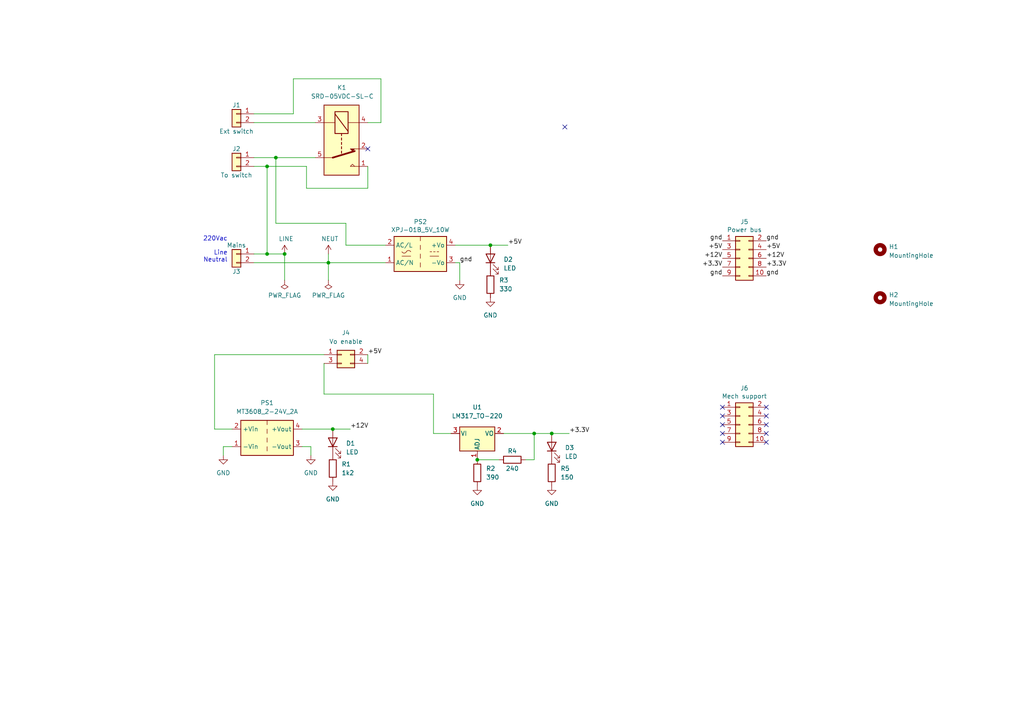
<source format=kicad_sch>
(kicad_sch (version 20211123) (generator eeschema)
  (paper "A4")
  (lib_symbols
    (symbol "Connector_Generic:Conn_01x02" (pin_names (offset 1.016) hide)
      (property "Reference" "J" (at 0 2.54 0))
      (property "Value" "Conn_01x02" (at 0 -5.08 0))
      (symbol "Conn_01x02_1_1"
        (rectangle (start -1.27 -2.413) (end 0 -2.667) (stroke (width 0.1524)))
        (rectangle (start -1.27 0.127) (end 0 -0.127) (stroke (width 0.1524)))
        (rectangle (start -1.27 1.27) (end 1.27 -3.81) (stroke (width 0.254)) (fill (type background)))
        (pin passive line (at -5.08 0 0) (length 3.81) (name "Pin_1") (number "1"))
        (pin passive line (at -5.08 -2.54 0) (length 3.81) (name "Pin_2") (number "2"))
      )
    )
    (symbol "Connector_Generic:Conn_02x02_Odd_Even" (pin_names (offset 1.016) hide)
      (property "Reference" "J" (at 1.27 2.54 0))
      (property "Value" "Conn_02x02_Odd_Even" (at 1.27 -5.08 0))
      (symbol "Conn_02x02_Odd_Even_1_1"
        (rectangle (start -1.27 -2.413) (end 0 -2.667) (stroke (width 0.1524)))
        (rectangle (start -1.27 0.127) (end 0 -0.127) (stroke (width 0.1524)))
        (rectangle (start -1.27 1.27) (end 3.81 -3.81) (stroke (width 0.254)) (fill (type background)))
        (rectangle (start 3.81 -2.413) (end 2.54 -2.667) (stroke (width 0.1524)))
        (rectangle (start 3.81 0.127) (end 2.54 -0.127) (stroke (width 0.1524)))
        (pin passive line (at -5.08 0 0) (length 3.81) (name "Pin_1") (number "1"))
        (pin passive line (at 7.62 0 180) (length 3.81) (name "Pin_2") (number "2"))
        (pin passive line (at -5.08 -2.54 0) (length 3.81) (name "Pin_3") (number "3"))
        (pin passive line (at 7.62 -2.54 180) (length 3.81) (name "Pin_4") (number "4"))
      )
    )
    (symbol "Connector_Generic:Conn_02x05_Odd_Even" (pin_names (offset 1.016) hide)
      (property "Reference" "J" (at 1.27 7.62 0))
      (property "Value" "Conn_02x05_Odd_Even" (at 1.27 -7.62 0))
      (symbol "Conn_02x05_Odd_Even_1_1"
        (rectangle (start -1.27 -4.953) (end 0 -5.207) (stroke (width 0.1524)))
        (rectangle (start -1.27 -2.413) (end 0 -2.667) (stroke (width 0.1524)))
        (rectangle (start -1.27 0.127) (end 0 -0.127) (stroke (width 0.1524)))
        (rectangle (start -1.27 2.667) (end 0 2.413) (stroke (width 0.1524)))
        (rectangle (start -1.27 5.207) (end 0 4.953) (stroke (width 0.1524)))
        (rectangle (start -1.27 6.35) (end 3.81 -6.35) (stroke (width 0.254)) (fill (type background)))
        (rectangle (start 3.81 -4.953) (end 2.54 -5.207) (stroke (width 0.1524)))
        (rectangle (start 3.81 -2.413) (end 2.54 -2.667) (stroke (width 0.1524)))
        (rectangle (start 3.81 0.127) (end 2.54 -0.127) (stroke (width 0.1524)))
        (rectangle (start 3.81 2.667) (end 2.54 2.413) (stroke (width 0.1524)))
        (rectangle (start 3.81 5.207) (end 2.54 4.953) (stroke (width 0.1524)))
        (pin passive line (at -5.08 5.08 0) (length 3.81) (name "Pin_1") (number "1"))
        (pin passive line (at 7.62 -5.08 180) (length 3.81) (name "Pin_10") (number "10"))
        (pin passive line (at 7.62 5.08 180) (length 3.81) (name "Pin_2") (number "2"))
        (pin passive line (at -5.08 2.54 0) (length 3.81) (name "Pin_3") (number "3"))
        (pin passive line (at 7.62 2.54 180) (length 3.81) (name "Pin_4") (number "4"))
        (pin passive line (at -5.08 0 0) (length 3.81) (name "Pin_5") (number "5"))
        (pin passive line (at 7.62 0 180) (length 3.81) (name "Pin_6") (number "6"))
        (pin passive line (at -5.08 -2.54 0) (length 3.81) (name "Pin_7") (number "7"))
        (pin passive line (at 7.62 -2.54 180) (length 3.81) (name "Pin_8") (number "8"))
        (pin passive line (at -5.08 -5.08 0) (length 3.81) (name "Pin_9") (number "9"))
      )
    )
    (symbol "Converter_ACDC:IRM-10-5"
      (property "Reference" "PS" (at 0 6.35 0))
      (property "Value" "IRM-10-5" (at 0 -6.35 0))
      (symbol "IRM-10-5_0_1"
        (rectangle (start -7.62 5.08) (end 7.62 -5.08) (stroke (width 0.254)) (fill (type background)))
        (arc (start -5.334 0.635) (mid -4.699 0.2495) (end -4.064 0.635))
        (arc (start -2.794 0.635) (mid -3.429 1.0072) (end -4.064 0.635))
        (polyline (pts (xy -5.334 -0.635) (xy -2.794 -0.635)))
        (polyline (pts (xy 0 -2.54) (xy 0 -3.81)))
        (polyline (pts (xy 0 0) (xy 0 -1.27)))
        (polyline (pts (xy 0 2.54) (xy 0 1.27)))
        (polyline (pts (xy 0 5.08) (xy 0 3.81)))
        (polyline (pts (xy 2.794 -0.635) (xy 5.334 -0.635)))
        (polyline (pts (xy 2.794 0.635) (xy 3.302 0.635)))
        (polyline (pts (xy 3.81 0.635) (xy 4.318 0.635)))
        (polyline (pts (xy 4.826 0.635) (xy 5.334 0.635)))
      )
      (symbol "IRM-10-5_1_1"
        (pin power_in line (at -10.16 -2.54 0) (length 2.54) (name "AC/N") (number "1"))
        (pin power_in line (at -10.16 2.54 0) (length 2.54) (name "AC/L") (number "2"))
        (pin power_out line (at 10.16 -2.54 180) (length 2.54) (name "-Vo") (number "3"))
        (pin power_out line (at 10.16 2.54 180) (length 2.54) (name "+Vo") (number "4"))
      )
    )
    (symbol "Converter_DCDC:MEE1S0512SC"
      (property "Reference" "PS" (at -7.62 6.35 0))
      (property "Value" "MEE1S0512SC" (at 1.27 6.35 0))
      (symbol "MEE1S0512SC_0_0"
        (pin power_in line (at -10.16 -2.54 0) (length 2.54) (name "-Vin") (number "1"))
        (pin power_in line (at -10.16 2.54 0) (length 2.54) (name "+Vin") (number "2"))
        (pin power_out line (at 10.16 -2.54 180) (length 2.54) (name "-Vout") (number "3"))
        (pin power_out line (at 10.16 2.54 180) (length 2.54) (name "+Vout") (number "4"))
      )
      (symbol "MEE1S0512SC_0_1"
        (rectangle (start -7.62 5.08) (end 7.62 -5.08) (stroke (width 0.254)) (fill (type background)))
        (polyline (pts (xy 0 -2.54) (xy 0 -3.81)))
        (polyline (pts (xy 0 0) (xy 0 -1.27)))
        (polyline (pts (xy 0 2.54) (xy 0 1.27)))
        (polyline (pts (xy 0 5.08) (xy 0 3.81)))
      )
    )
    (symbol "Device:LED" (pin_numbers hide) (pin_names (offset 1.016) hide)
      (property "Reference" "D" (at 0 2.54 0))
      (property "Value" "LED" (at 0 -2.54 0))
      (symbol "LED_0_1"
        (polyline (pts (xy -1.27 -1.27) (xy -1.27 1.27)) (stroke (width 0.254)))
        (polyline (pts (xy -1.27 0) (xy 1.27 0)))
        (polyline (pts (xy 1.27 -1.27) (xy 1.27 1.27) (xy -1.27 0) (xy 1.27 -1.27)) (stroke (width 0.254)))
        (polyline (pts (xy -3.048 -0.762) (xy -4.572 -2.286) (xy -3.81 -2.286) (xy -4.572 -2.286) (xy -4.572 -1.524)))
        (polyline (pts (xy -1.778 -0.762) (xy -3.302 -2.286) (xy -2.54 -2.286) (xy -3.302 -2.286) (xy -3.302 -1.524)))
      )
      (symbol "LED_1_1"
        (pin passive line (at -3.81 0 0) (length 2.54) (name "K") (number "1"))
        (pin passive line (at 3.81 0 180) (length 2.54) (name "A") (number "2"))
      )
    )
    (symbol "Device:R" (pin_numbers hide) (pin_names (offset 0))
      (property "Reference" "R" (at 2.032 0 90))
      (property "Value" "R" (at 0 0 90))
      (symbol "R_0_1"
        (rectangle (start -1.016 -2.54) (end 1.016 2.54) (stroke (width 0.254)))
      )
      (symbol "R_1_1"
        (pin passive line (at 0 3.81 270) (length 1.27) (name "~") (number "1"))
        (pin passive line (at 0 -3.81 90) (length 1.27) (name "~") (number "2"))
      )
    )
    (symbol "Mechanical:MountingHole" (pin_names (offset 1.016))
      (property "Reference" "H" (at 0 5.08 0))
      (property "Value" "MountingHole" (at 0 3.175 0))
      (symbol "MountingHole_0_1"
        (circle (center 0 0) (radius 1.27) (stroke (width 1.27)))
      )
    )
    (symbol "Regulator_Linear:LM317_TO-220" (pin_names (offset 0.254))
      (property "Reference" "U" (at -3.81 3.175 0))
      (property "Value" "LM317_TO-220" (at 0 3.175 0))
      (symbol "LM317_TO-220_0_1"
        (rectangle (start -5.08 1.905) (end 5.08 -5.08) (stroke (width 0.254)) (fill (type background)))
      )
      (symbol "LM317_TO-220_1_1"
        (pin input line (at 0 -7.62 90) (length 2.54) (name "ADJ") (number "1"))
        (pin power_out line (at 7.62 0 180) (length 2.54) (name "VO") (number "2"))
        (pin power_in line (at -7.62 0 0) (length 2.54) (name "VI") (number "3"))
      )
    )
    (symbol "Relay:Y14x-1C-xxDS"
      (property "Reference" "K" (at 11.43 3.81 0))
      (property "Value" "Y14x-1C-xxDS" (at 11.43 1.27 0))
      (symbol "Y14x-1C-xxDS_0_0"
        (polyline (pts (xy 7.62 5.08) (xy 7.62 2.54) (xy 6.985 3.175) (xy 7.62 3.81)))
      )
      (symbol "Y14x-1C-xxDS_0_1"
        (rectangle (start -10.16 5.08) (end 10.16 -5.08) (stroke (width 0.254)) (fill (type background)))
        (rectangle (start -8.255 1.905) (end -1.905 -1.905) (stroke (width 0.254)))
        (polyline (pts (xy -7.62 -1.905) (xy -2.54 1.905)) (stroke (width 0.254)))
        (polyline (pts (xy -5.08 -5.08) (xy -5.08 -1.905)))
        (polyline (pts (xy -5.08 5.08) (xy -5.08 1.905)))
        (polyline (pts (xy -1.905 0) (xy -1.27 0)) (stroke (width 0.254)))
        (polyline (pts (xy -0.635 0) (xy 0 0)) (stroke (width 0.254)))
        (polyline (pts (xy 0.635 0) (xy 1.27 0)) (stroke (width 0.254)))
        (polyline (pts (xy 1.905 0) (xy 2.54 0)) (stroke (width 0.254)))
        (polyline (pts (xy 3.175 0) (xy 3.81 0)) (stroke (width 0.254)))
        (polyline (pts (xy 5.08 -2.54) (xy 3.175 3.81)) (stroke (width 0.508)))
        (polyline (pts (xy 5.08 -2.54) (xy 5.08 -5.08)))
        (polyline (pts (xy 2.54 5.08) (xy 2.54 2.54) (xy 3.175 3.175) (xy 2.54 3.81)) (fill (type outline)))
      )
      (symbol "Y14x-1C-xxDS_1_1"
        (pin passive line (at 7.62 7.62 270) (length 2.54) (name "~") (number "1"))
        (pin passive line (at 2.54 7.62 270) (length 2.54) (name "~") (number "2"))
        (pin passive line (at -5.08 -7.62 90) (length 2.54) (name "~") (number "3"))
        (pin passive line (at -5.08 7.62 270) (length 2.54) (name "~") (number "4"))
        (pin passive line (at 5.08 -7.62 90) (length 2.54) (name "~") (number "5"))
        (pin passive line (at 5.08 -7.62 90) (length 2.54) hide (name "~") (number "6"))
      )
    )
    (symbol "power:GND" (power) (pin_names (offset 0))
      (property "Value" "GND" (at 0 -3.81 0))
      (symbol "GND_0_1"
        (polyline (pts (xy 0 0) (xy 0 -1.27) (xy 1.27 -1.27) (xy 0 -2.54) (xy -1.27 -1.27) (xy 0 -1.27)))
      )
      (symbol "GND_1_1"
        (pin power_in line (at 0 0 270) (length 0) hide (name "GND") (number "1"))
      )
    )
    (symbol "power:LINE" (power) (pin_names (offset 0))
      (property "Value" "LINE" (at 0 3.81 0))
      (symbol "LINE_0_1"
        (polyline (pts (xy -0.762 1.27) (xy 0 2.54)))
        (polyline (pts (xy 0 0) (xy 0 2.54)))
        (polyline (pts (xy 0 2.54) (xy 0.762 1.27)))
      )
      (symbol "LINE_1_1"
        (pin power_in line (at 0 0 90) (length 0) hide (name "LINE") (number "1"))
      )
    )
    (symbol "power:NEUT" (power) (pin_names (offset 0))
      (property "Value" "NEUT" (at 0 3.81 0))
      (symbol "NEUT_0_1"
        (polyline (pts (xy -0.762 1.27) (xy 0 2.54)))
        (polyline (pts (xy 0 0) (xy 0 2.54)))
        (polyline (pts (xy 0 2.54) (xy 0.762 1.27)))
      )
      (symbol "NEUT_1_1"
        (pin power_in line (at 0 0 90) (length 0) hide (name "NEUT") (number "1"))
      )
    )
    (symbol "power:PWR_FLAG" (power) (pin_numbers hide) (pin_names (offset 0) hide)
      (property "Value" "PWR_FLAG" (at 0 3.81 0))
      (symbol "PWR_FLAG_0_0"
        (pin power_out line (at 0 0 90) (length 0) (name "pwr") (number "1"))
      )
      (symbol "PWR_FLAG_0_1"
        (polyline (pts (xy 0 0) (xy 0 1.27) (xy -1.016 1.905) (xy 0 2.54) (xy 1.016 1.905) (xy 0 1.27)))
      )
    )
  )
  (junction (at 80.01 45.72))
  (junction (at 96.52 124.46))
  (junction (at 77.47 48.26))
  (junction (at 160.02 125.73))
  (junction (at 95.25 76.2))
  (junction (at 142.24 71.12))
  (junction (at 154.94 125.73))
  (junction (at 138.43 133.35))
  (junction (at 77.47 73.66))
  (junction (at 82.55 73.66))
  (no_connect (at 209.55 128.27))
  (no_connect (at 106.68 43.18))
  (no_connect (at 163.83 36.83))
  (no_connect (at 222.25 125.73))
  (no_connect (at 209.55 118.11))
  (no_connect (at 222.25 120.65))
  (no_connect (at 209.55 123.19))
  (no_connect (at 222.25 118.11))
  (no_connect (at 209.55 120.65))
  (no_connect (at 209.55 125.73))
  (no_connect (at 222.25 123.19))
  (no_connect (at 222.25 128.27))
  (wire (pts (xy 77.47 73.66) (xy 73.66 73.66)))
  (wire (pts (xy 77.47 48.26) (xy 88.9 48.26)))
  (wire (pts (xy 80.01 45.72) (xy 91.44 45.72)))
  (wire (pts (xy 154.94 125.73) (xy 160.02 125.73)))
  (wire (pts (xy 146.05 125.73) (xy 154.94 125.73)))
  (wire (pts (xy 110.49 22.86) (xy 110.49 35.56)))
  (wire (pts (xy 73.66 76.2) (xy 95.25 76.2)))
  (wire (pts (xy 125.73 125.73) (xy 130.81 125.73)))
  (wire (pts (xy 154.94 133.35) (xy 154.94 125.73)))
  (wire (pts (xy 132.08 71.12) (xy 142.24 71.12)))
  (wire (pts (xy 73.66 48.26) (xy 77.47 48.26)))
  (wire (pts (xy 64.77 129.54) (xy 64.77 132.08)))
  (wire (pts (xy 142.24 71.12) (xy 147.32 71.12)))
  (wire (pts (xy 95.25 76.2) (xy 95.25 81.28)))
  (wire (pts (xy 133.35 76.2) (xy 133.35 81.28)))
  (wire (pts (xy 85.09 33.02) (xy 85.09 22.86)))
  (wire (pts (xy 87.63 124.46) (xy 96.52 124.46)))
  (wire (pts (xy 96.52 124.46) (xy 101.6 124.46)))
  (wire (pts (xy 160.02 125.73) (xy 165.1 125.73)))
  (wire (pts (xy 110.49 35.56) (xy 106.68 35.56)))
  (wire (pts (xy 132.08 76.2) (xy 133.35 76.2)))
  (wire (pts (xy 93.98 102.87) (xy 62.23 102.87)))
  (wire (pts (xy 100.33 64.77) (xy 100.33 71.12)))
  (wire (pts (xy 95.25 73.66) (xy 95.25 76.2)))
  (wire (pts (xy 111.76 71.12) (xy 100.33 71.12)))
  (wire (pts (xy 62.23 124.46) (xy 67.31 124.46)))
  (wire (pts (xy 87.63 129.54) (xy 90.17 129.54)))
  (wire (pts (xy 80.01 64.77) (xy 100.33 64.77)))
  (wire (pts (xy 73.66 35.56) (xy 91.44 35.56)))
  (wire (pts (xy 82.55 73.66) (xy 77.47 73.66)))
  (wire (pts (xy 82.55 81.28) (xy 82.55 73.66)))
  (wire (pts (xy 106.68 54.61) (xy 88.9 54.61)))
  (wire (pts (xy 73.66 33.02) (xy 85.09 33.02)))
  (wire (pts (xy 77.47 48.26) (xy 77.47 73.66)))
  (wire (pts (xy 90.17 129.54) (xy 90.17 132.08)))
  (wire (pts (xy 85.09 22.86) (xy 110.49 22.86)))
  (wire (pts (xy 62.23 102.87) (xy 62.23 124.46)))
  (wire (pts (xy 138.43 133.35) (xy 144.78 133.35)))
  (wire (pts (xy 125.73 114.3) (xy 125.73 125.73)))
  (wire (pts (xy 73.66 45.72) (xy 80.01 45.72)))
  (wire (pts (xy 67.31 129.54) (xy 64.77 129.54)))
  (wire (pts (xy 95.25 76.2) (xy 111.76 76.2)))
  (wire (pts (xy 93.98 114.3) (xy 125.73 114.3)))
  (wire (pts (xy 106.68 102.87) (xy 106.68 105.41)))
  (wire (pts (xy 88.9 54.61) (xy 88.9 48.26)))
  (wire (pts (xy 106.68 48.26) (xy 106.68 54.61)))
  (wire (pts (xy 80.01 45.72) (xy 80.01 64.77)))
  (wire (pts (xy 93.98 105.41) (xy 93.98 114.3)))
  (wire (pts (xy 152.4 133.35) (xy 154.94 133.35)))
  (text "220Vac\n\nLine\nNeutral" (at 66.04 76.2 180) (effects (font (size 1.27 1.27)) (justify right bottom)))
  (label "+5V" (at 147.32 71.12 0))
  (label "+3.3V" (at 222.25 77.47 0))
  (label "gnd" (at 133.35 76.2 0))
  (label "gnd" (at 209.55 80.01 180))
  (label "+12V" (at 222.25 74.93 0))
  (label "+5V" (at 106.68 102.87 0))
  (label "+5V" (at 222.25 72.39 0))
  (label "+3.3V" (at 165.1 125.73 0))
  (label "+12V" (at 209.55 74.93 180))
  (label "+5V" (at 209.55 72.39 180))
  (label "+12V" (at 101.6 124.46 0))
  (label "+3.3V" (at 209.55 77.47 180))
  (label "gnd" (at 222.25 80.01 0))
  (label "gnd" (at 222.25 69.85 0))
  (label "gnd" (at 209.55 69.85 180))
  (symbol (lib_id "power:NEUT") (at 95.25 73.66 0) (unit 1)
    (property "Reference" "#PWR04" (effects hide))
    (property "Value" "NEUT" (at 95.6818 69.2658 0))
  )
  (symbol (lib_id "power:GND") (at 133.35 81.28 0) (unit 1)
    (property "Reference" "#PWR06" (effects hide))
    (property "Value" "GND" (at 133.35 86.36 0))
  )
  (symbol (lib_id "Device:LED") (at 96.52 128.27 90) (unit 1)
    (property "Reference" "D1" (at 100.33 128.5874 90) (effects (justify right)))
    (property "Value" "LED" (at 100.33 131.1274 90) (effects (justify right)))
    (property "Footprint" "LED_THT:LED_D3.0mm" (effects hide))
  )
  (symbol (lib_id "power:GND") (at 160.02 140.97 0) (unit 1)
    (property "Reference" "#PWR09" (effects hide))
    (property "Value" "GND" (at 160.02 146.05 0))
  )
  (symbol (lib_id "power:GND") (at 64.77 132.08 0) (unit 1)
    (property "Reference" "#PWR01" (effects hide))
    (property "Value" "GND" (at 64.77 137.16 0))
  )
  (symbol (lib_id "Connector_Generic:Conn_02x05_Odd_Even") (at 214.63 123.19 0) (unit 1)
    (property "Reference" "J6" (at 215.9 112.5982 0))
    (property "Value" "Mech support" (at 215.9 114.9096 0))
    (property "Footprint" "Connector_PinHeader_2.54mm:PinHeader_2x05_P2.54mm_Vertical" (effects hide))
  )
  (symbol (lib_id "Connector_Generic:Conn_02x05_Odd_Even") (at 214.63 74.93 0) (unit 1)
    (property "Reference" "J5" (at 215.9 64.3382 0))
    (property "Value" "Power bus" (at 215.9 66.6496 0))
    (property "Footprint" "Connector_PinHeader_2.54mm:PinHeader_2x05_P2.54mm_Vertical" (effects hide))
  )
  (symbol (lib_id "Device:R") (at 138.43 137.16 0) (unit 1)
    (property "Reference" "R2" (at 140.97 135.8899 0) (effects (justify left)))
    (property "Value" "390" (at 140.97 138.4299 0) (effects (justify left)))
    (property "Footprint" "Resistor_THT:R_Axial_DIN0207_L6.3mm_D2.5mm_P7.62mm_Horizontal" (effects hide))
  )
  (symbol (lib_id "power:GND") (at 138.43 140.97 0) (unit 1)
    (property "Reference" "#PWR07" (effects hide))
    (property "Value" "GND" (at 138.43 146.05 0))
  )
  (symbol (lib_id "power:LINE") (at 82.55 73.66 0) (unit 1)
    (property "Reference" "#PWR02" (effects hide))
    (property "Value" "LINE" (at 82.9818 69.2658 0))
  )
  (symbol (lib_id "Relay:Y14x-1C-xxDS") (at 99.06 40.64 270) (unit 1)
    (property "Reference" "K1" (at 97.79 25.4 90) (effects (justify left)))
    (property "Value" "SRD-05VDC-SL-C" (at 90.17 27.94 90) (effects (justify left)))
    (property "Footprint" "MyStuff:Relay_SPDT_Songel-15x19mm" (effects hide))
    (property "Datasheet" "http://www.hsinda.com.cn/en/imgdown.asp?FileName=UploadFiles/201431310240386.pdf" (effects hide))
  )
  (symbol (lib_id "Connector_Generic:Conn_02x02_Odd_Even") (at 99.06 102.87 0) (unit 1)
    (property "Reference" "J4" (at 100.33 96.52 0))
    (property "Value" "Vo enable" (at 100.33 99.06 0))
    (property "Footprint" "Connector_PinHeader_2.54mm:PinHeader_2x02_P2.54mm_Vertical" (effects hide))
  )
  (symbol (lib_id "power:PWR_FLAG") (at 95.25 81.28 0) (mirror x) (unit 1)
    (property "Reference" "#FLG02" (effects hide))
    (property "Value" "PWR_FLAG" (at 95.25 85.6742 0))
  )
  (symbol (lib_id "Device:R") (at 96.52 135.89 0) (unit 1)
    (property "Reference" "R1" (at 99.06 134.6199 0) (effects (justify left)))
    (property "Value" "1k2" (at 99.06 137.1599 0) (effects (justify left)))
    (property "Footprint" "Resistor_THT:R_Axial_DIN0207_L6.3mm_D2.5mm_P7.62mm_Horizontal" (effects hide))
  )
  (symbol (lib_id "Device:R") (at 148.59 133.35 270) (unit 1)
    (property "Reference" "R4" (at 148.59 130.81 90))
    (property "Value" "240" (at 148.59 135.89 90))
    (property "Footprint" "Resistor_THT:R_Axial_DIN0207_L6.3mm_D2.5mm_P7.62mm_Horizontal" (effects hide))
  )
  (symbol (lib_id "power:GND") (at 96.52 139.7 0) (unit 1)
    (property "Reference" "#PWR05" (effects hide))
    (property "Value" "GND" (at 96.52 144.78 0))
  )
  (symbol (lib_id "power:PWR_FLAG") (at 82.55 81.28 0) (mirror x) (unit 1)
    (property "Reference" "#FLG01" (effects hide))
    (property "Value" "PWR_FLAG" (at 82.55 85.6742 0))
  )
  (symbol (lib_id "Converter_DCDC:MEE1S0512SC") (at 77.47 127 0) (unit 1)
    (property "Reference" "PS1" (at 77.47 116.84 0))
    (property "Value" "MT3608_2-24V_2A" (at 77.47 119.38 0))
    (property "Footprint" "MyStuff:MT3608_2-24V_2A" (effects hide))
    (property "Datasheet" "https://power.murata.com/pub/data/power/ncl/kdc_mee1.pdf" (effects hide))
  )
  (symbol (lib_id "power:GND") (at 142.24 86.36 0) (unit 1)
    (property "Reference" "#PWR08" (effects hide))
    (property "Value" "GND" (at 142.24 91.44 0))
  )
  (symbol (lib_id "Mechanical:MountingHole") (at 255.27 86.36 0) (unit 1)
    (property "Reference" "H2" (at 257.81 85.5253 0) (effects (justify left)))
    (property "Value" "MountingHole" (at 257.81 88.0622 0) (effects (justify left)))
    (property "Footprint" "MyStuff:Mounting_Hole_0.2in" (effects hide))
  )
  (symbol (lib_id "Connector_Generic:Conn_01x02") (at 68.58 45.72 0) (mirror y) (unit 1)
    (property "Reference" "J2" (at 68.58 43.18 0))
    (property "Value" "To switch" (at 68.58 50.8 0))
    (property "Footprint" "Connector_PinHeader_2.54mm:PinHeader_1x02_P2.54mm_Vertical" (effects hide))
  )
  (symbol (lib_id "Converter_ACDC:IRM-10-5") (at 121.92 73.66 0) (unit 1)
    (property "Reference" "PS2" (at 121.92 64.3382 0))
    (property "Value" "XPJ-01B_5V_10W" (at 121.92 66.6496 0))
    (property "Footprint" "MyStuff:Converter_ACDC_5V_10W_XPJ-01B" (effects hide))
    (property "Datasheet" "https://www.meanwell.com/Upload/PDF/IRM-10/IRM-10-SPEC.PDF" (effects hide))
  )
  (symbol (lib_id "Regulator_Linear:LM317_TO-220") (at 138.43 125.73 0) (unit 1)
    (property "Reference" "U1" (at 138.43 118.11 0))
    (property "Value" "LM317_TO-220" (at 138.43 120.65 0))
    (property "Footprint" "Package_TO_SOT_THT:TO-220-3_Vertical" (effects hide))
    (property "Datasheet" "http://www.ti.com/lit/ds/symlink/lm317.pdf" (effects hide))
  )
  (symbol (lib_id "Connector_Generic:Conn_01x02") (at 68.58 73.66 0) (mirror y) (unit 1)
    (property "Reference" "J3" (at 68.58 78.74 0))
    (property "Value" "Mains" (at 68.58 71.12 0))
    (property "Footprint" "MyStuff:IEC60320_2pin" (effects hide))
  )
  (symbol (lib_id "Device:R") (at 160.02 137.16 0) (unit 1)
    (property "Reference" "R5" (at 162.56 135.8899 0) (effects (justify left)))
    (property "Value" "150" (at 162.56 138.4299 0) (effects (justify left)))
    (property "Footprint" "Resistor_THT:R_Axial_DIN0207_L6.3mm_D2.5mm_P7.62mm_Horizontal" (effects hide))
  )
  (symbol (lib_id "Device:R") (at 142.24 82.55 0) (unit 1)
    (property "Reference" "R3" (at 144.78 81.2799 0) (effects (justify left)))
    (property "Value" "330" (at 144.78 83.8199 0) (effects (justify left)))
    (property "Footprint" "Resistor_THT:R_Axial_DIN0207_L6.3mm_D2.5mm_P7.62mm_Horizontal" (effects hide))
  )
  (symbol (lib_id "Device:LED") (at 160.02 129.54 90) (unit 1)
    (property "Reference" "D3" (at 163.83 129.8574 90) (effects (justify right)))
    (property "Value" "LED" (at 163.83 132.3974 90) (effects (justify right)))
    (property "Footprint" "LED_THT:LED_D3.0mm" (effects hide))
  )
  (symbol (lib_id "Device:LED") (at 142.24 74.93 90) (unit 1)
    (property "Reference" "D2" (at 146.05 75.2474 90) (effects (justify right)))
    (property "Value" "LED" (at 146.05 77.7874 90) (effects (justify right)))
    (property "Footprint" "LED_THT:LED_D3.0mm" (effects hide))
  )
  (symbol (lib_id "Connector_Generic:Conn_01x02") (at 68.58 33.02 0) (mirror y) (unit 1)
    (property "Reference" "J1" (at 68.58 30.48 0))
    (property "Value" "Ext switch" (at 68.58 38.1 0))
    (property "Footprint" "Connector_PinHeader_2.54mm:PinHeader_1x02_P2.54mm_Vertical" (effects hide))
  )
  (symbol (lib_id "Mechanical:MountingHole") (at 255.27 72.39 0) (unit 1)
    (property "Reference" "H1" (at 257.81 71.5553 0) (effects (justify left)))
    (property "Value" "MountingHole" (at 257.81 74.0922 0) (effects (justify left)))
    (property "Footprint" "MyStuff:Mounting_Hole_0.2in" (effects hide))
  )
  (symbol (lib_id "power:GND") (at 90.17 132.08 0) (unit 1)
    (property "Reference" "#PWR03" (effects hide))
    (property "Value" "GND" (at 90.17 137.16 0))
  )
)
</source>
